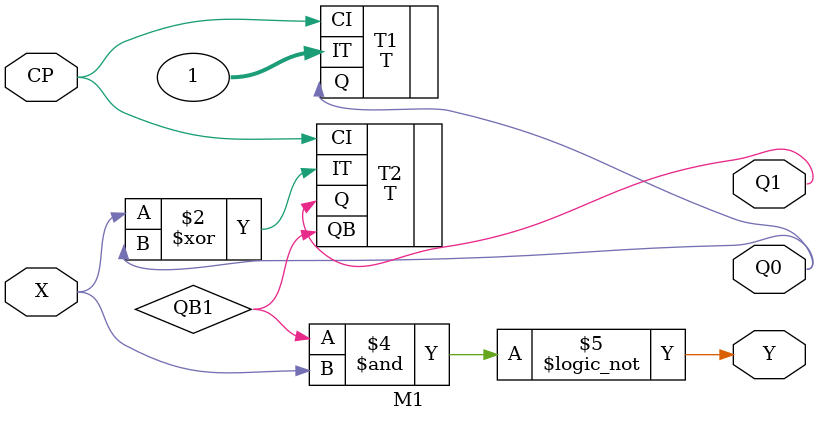
<source format=v>
`timescale 1ns / 1ps
module M1(
    input X,
    input CP,
    output reg Y,
    output Q0,
    output Q1
);
wire QB1;
 T T1(.IT(1),.CI(CP),.Q(Q0));
 T T2(.IT(X^Q0),.CI(CP),.Q(Q1),.QB(QB1));
always @ (*) begin
   Y<=!(QB1&X);
end
endmodule

</source>
